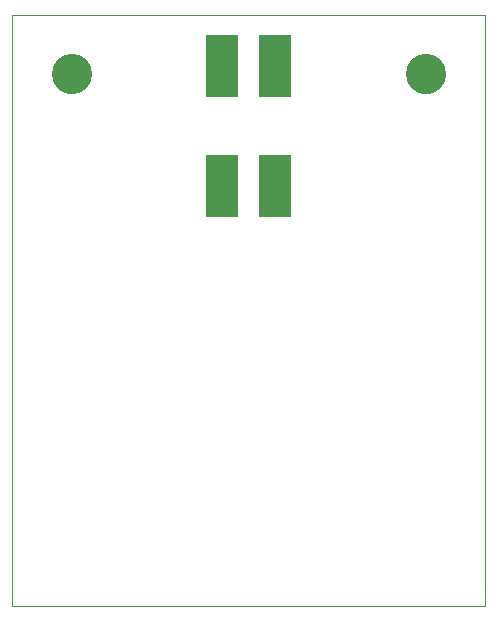
<source format=gbs>
G75*
%MOIN*%
%OFA0B0*%
%FSLAX24Y24*%
%IPPOS*%
%LPD*%
%AMOC8*
5,1,8,0,0,1.08239X$1,22.5*
%
%ADD10C,0.0039*%
%ADD11R,0.1080X0.2080*%
%ADD12C,0.0000*%
%ADD13C,0.1340*%
D10*
X001158Y000120D02*
X016906Y000120D01*
X016906Y019805D01*
X001158Y019805D01*
X001158Y000120D01*
D11*
X008158Y014120D03*
X009908Y014120D03*
X009908Y018120D03*
X008158Y018120D03*
D12*
X002497Y017836D02*
X002499Y017886D01*
X002505Y017936D01*
X002515Y017985D01*
X002529Y018033D01*
X002546Y018080D01*
X002567Y018125D01*
X002592Y018169D01*
X002620Y018210D01*
X002652Y018249D01*
X002686Y018286D01*
X002723Y018320D01*
X002763Y018350D01*
X002805Y018377D01*
X002849Y018401D01*
X002895Y018422D01*
X002942Y018438D01*
X002990Y018451D01*
X003040Y018460D01*
X003089Y018465D01*
X003140Y018466D01*
X003190Y018463D01*
X003239Y018456D01*
X003288Y018445D01*
X003336Y018430D01*
X003382Y018412D01*
X003427Y018390D01*
X003470Y018364D01*
X003511Y018335D01*
X003550Y018303D01*
X003586Y018268D01*
X003618Y018230D01*
X003648Y018190D01*
X003675Y018147D01*
X003698Y018103D01*
X003717Y018057D01*
X003733Y018009D01*
X003745Y017960D01*
X003753Y017911D01*
X003757Y017861D01*
X003757Y017811D01*
X003753Y017761D01*
X003745Y017712D01*
X003733Y017663D01*
X003717Y017615D01*
X003698Y017569D01*
X003675Y017525D01*
X003648Y017482D01*
X003618Y017442D01*
X003586Y017404D01*
X003550Y017369D01*
X003511Y017337D01*
X003470Y017308D01*
X003427Y017282D01*
X003382Y017260D01*
X003336Y017242D01*
X003288Y017227D01*
X003239Y017216D01*
X003190Y017209D01*
X003140Y017206D01*
X003089Y017207D01*
X003040Y017212D01*
X002990Y017221D01*
X002942Y017234D01*
X002895Y017250D01*
X002849Y017271D01*
X002805Y017295D01*
X002763Y017322D01*
X002723Y017352D01*
X002686Y017386D01*
X002652Y017423D01*
X002620Y017462D01*
X002592Y017503D01*
X002567Y017547D01*
X002546Y017592D01*
X002529Y017639D01*
X002515Y017687D01*
X002505Y017736D01*
X002499Y017786D01*
X002497Y017836D01*
X014308Y017836D02*
X014310Y017886D01*
X014316Y017936D01*
X014326Y017985D01*
X014340Y018033D01*
X014357Y018080D01*
X014378Y018125D01*
X014403Y018169D01*
X014431Y018210D01*
X014463Y018249D01*
X014497Y018286D01*
X014534Y018320D01*
X014574Y018350D01*
X014616Y018377D01*
X014660Y018401D01*
X014706Y018422D01*
X014753Y018438D01*
X014801Y018451D01*
X014851Y018460D01*
X014900Y018465D01*
X014951Y018466D01*
X015001Y018463D01*
X015050Y018456D01*
X015099Y018445D01*
X015147Y018430D01*
X015193Y018412D01*
X015238Y018390D01*
X015281Y018364D01*
X015322Y018335D01*
X015361Y018303D01*
X015397Y018268D01*
X015429Y018230D01*
X015459Y018190D01*
X015486Y018147D01*
X015509Y018103D01*
X015528Y018057D01*
X015544Y018009D01*
X015556Y017960D01*
X015564Y017911D01*
X015568Y017861D01*
X015568Y017811D01*
X015564Y017761D01*
X015556Y017712D01*
X015544Y017663D01*
X015528Y017615D01*
X015509Y017569D01*
X015486Y017525D01*
X015459Y017482D01*
X015429Y017442D01*
X015397Y017404D01*
X015361Y017369D01*
X015322Y017337D01*
X015281Y017308D01*
X015238Y017282D01*
X015193Y017260D01*
X015147Y017242D01*
X015099Y017227D01*
X015050Y017216D01*
X015001Y017209D01*
X014951Y017206D01*
X014900Y017207D01*
X014851Y017212D01*
X014801Y017221D01*
X014753Y017234D01*
X014706Y017250D01*
X014660Y017271D01*
X014616Y017295D01*
X014574Y017322D01*
X014534Y017352D01*
X014497Y017386D01*
X014463Y017423D01*
X014431Y017462D01*
X014403Y017503D01*
X014378Y017547D01*
X014357Y017592D01*
X014340Y017639D01*
X014326Y017687D01*
X014316Y017736D01*
X014310Y017786D01*
X014308Y017836D01*
D13*
X014938Y017836D03*
X003127Y017836D03*
M02*

</source>
